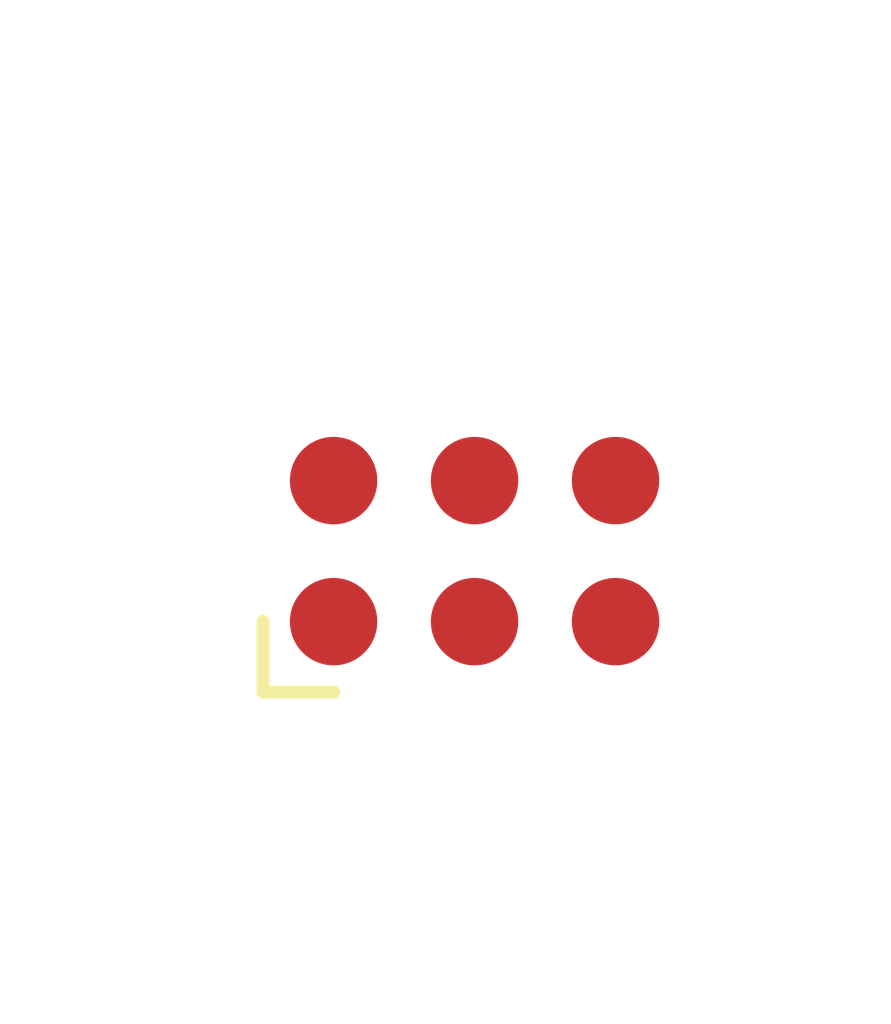
<source format=kicad_pcb>
(kicad_pcb (version 20241229) (generator "atopile") (generator_version "0.9.1")
  (layers (0 "F.Cu" signal) (31 "B.Cu" signal) (34 "B.Paste" user) (35 "F.Paste" user) (36 "B.SilkS" user "B.Silkscreen") (37 "F.SilkS" user "F.Silkscreen") (38 "B.Mask" user) (39 "F.Mask" user) (44 "Edge.Cuts" user))
  (net 0 "")
  (net 1 "connector.footprint.footprint.pins[4].net-net")
  (net 2 "connector.footprint.footprint.pins[6].net-net")
  (net 3 "connector.footprint.footprint.pins[2].net-net")
  (net 4 "connector.footprint.footprint.pins[1].net-net")
  (net 5 "connector.footprint.footprint.pins[0].net-net")
  (net 6 "connector.footprint.footprint.pins[3].net-net")
  (net 7 "connector.footprint.footprint.pins[5].net-net")
  (footprint "Tag_Connect_TC2030_IDC_FP_2x03_P1_27mm_Vertical:Tag_Connect_TC2030_IDC_FP_2x03_P1_27mm_Vertical" (layer "F.Cu") (at 0 0 0)
    (property "Reference" "TC1" (hide yes))
    (property "Value" "")
    (fp_line (start -1.905 1.27) (end -1.905 0.635) (stroke (width 0.12)) (layer "F.SilkS"))
    (fp_line (start -1.27 1.27) (end -1.905 1.27) (stroke (width 0.12)) (layer "F.SilkS"))
    (pad "" np_thru_hole circle (at -2.54 -2.54 0) (size 2.3749 2.3749) (drill 2.3749) (layers "*.Cu" "*.Mask") (net 5 "connector.footprint.footprint.pins[0].net-net"))
    (pad "" np_thru_hole circle (at -2.54 0 0) (size 0.9906 0.9906) (drill 0.9906) (layers "*.Cu" "*.Mask") (net 5 "connector.footprint.footprint.pins[0].net-net"))
    (pad "" np_thru_hole circle (at -2.54 2.54 0) (size 2.3749 2.3749) (drill 2.3749) (layers "*.Cu" "*.Mask") (net 5 "connector.footprint.footprint.pins[0].net-net"))
    (pad "" np_thru_hole circle (at 0.635 -2.54 0) (size 2.3749 2.3749) (drill 2.3749) (layers "*.Cu" "*.Mask") (net 5 "connector.footprint.footprint.pins[0].net-net"))
    (pad "" np_thru_hole circle (at 0.635 2.54 0) (size 2.3749 2.3749) (drill 2.3749) (layers "*.Cu" "*.Mask") (net 5 "connector.footprint.footprint.pins[0].net-net"))
    (pad "" np_thru_hole circle (at 2.54 -1.016 0) (size 0.9906 0.9906) (drill 0.9906) (layers "*.Cu" "*.Mask") (net 5 "connector.footprint.footprint.pins[0].net-net"))
    (pad "" np_thru_hole circle (at 2.54 1.016 0) (size 0.9906 0.9906) (drill 0.9906) (layers "*.Cu" "*.Mask") (net 5 "connector.footprint.footprint.pins[0].net-net"))
    (pad "1" connect circle (at -1.27 0.635 0) (size 0.7874 0.7874) (layers "F.Cu" "F.Mask") (net 4 "connector.footprint.footprint.pins[1].net-net"))
    (pad "2" connect circle (at -1.27 -0.635 0) (size 0.7874 0.7874) (layers "F.Cu" "F.Mask") (net 3 "connector.footprint.footprint.pins[2].net-net"))
    (pad "3" connect circle (at 0 0.635 0) (size 0.7874 0.7874) (layers "F.Cu" "F.Mask") (net 6 "connector.footprint.footprint.pins[3].net-net"))
    (pad "4" connect circle (at 0 -0.635 0) (size 0.7874 0.7874) (layers "F.Cu" "F.Mask") (net 1 "connector.footprint.footprint.pins[4].net-net"))
    (pad "5" connect circle (at 1.27 0.635 0) (size 0.7874 0.7874) (layers "F.Cu" "F.Mask") (net 7 "connector.footprint.footprint.pins[5].net-net"))
    (pad "6" connect circle (at 1.27 -0.635 0) (size 0.7874 0.7874) (layers "F.Cu" "F.Mask") (net 2 "connector.footprint.footprint.pins[6].net-net"))
  )
)
</source>
